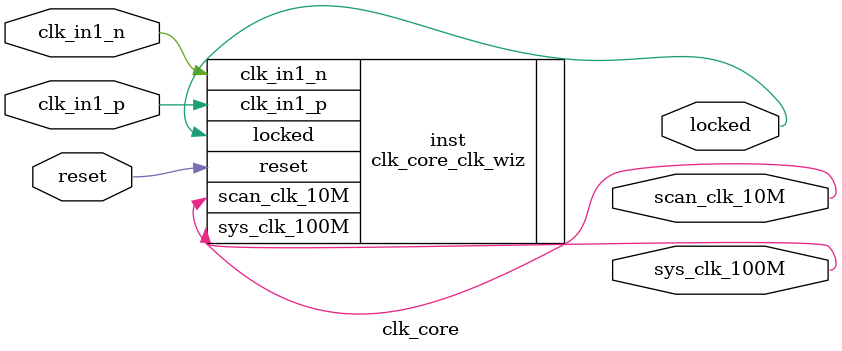
<source format=v>


`timescale 1ps/1ps

(* CORE_GENERATION_INFO = "clk_core,clk_wiz_v6_0_5_0_0,{component_name=clk_core,use_phase_alignment=true,use_min_o_jitter=false,use_max_i_jitter=false,use_dyn_phase_shift=false,use_inclk_switchover=false,use_dyn_reconfig=false,enable_axi=0,feedback_source=FDBK_AUTO,PRIMITIVE=MMCM,num_out_clk=2,clkin1_period=5.000,clkin2_period=10.0,use_power_down=false,use_reset=true,use_locked=true,use_inclk_stopped=false,feedback_type=SINGLE,CLOCK_MGR_TYPE=NA,manual_override=false}" *)

module clk_core 
 (
  // Clock out ports
  output        sys_clk_100M,
  output        scan_clk_10M,
  // Status and control signals
  input         reset,
  output        locked,
 // Clock in ports
  input         clk_in1_p,
  input         clk_in1_n
 );

  clk_core_clk_wiz inst
  (
  // Clock out ports  
  .sys_clk_100M(sys_clk_100M),
  .scan_clk_10M(scan_clk_10M),
  // Status and control signals               
  .reset(reset), 
  .locked(locked),
 // Clock in ports
  .clk_in1_p(clk_in1_p),
  .clk_in1_n(clk_in1_n)
  );

endmodule

</source>
